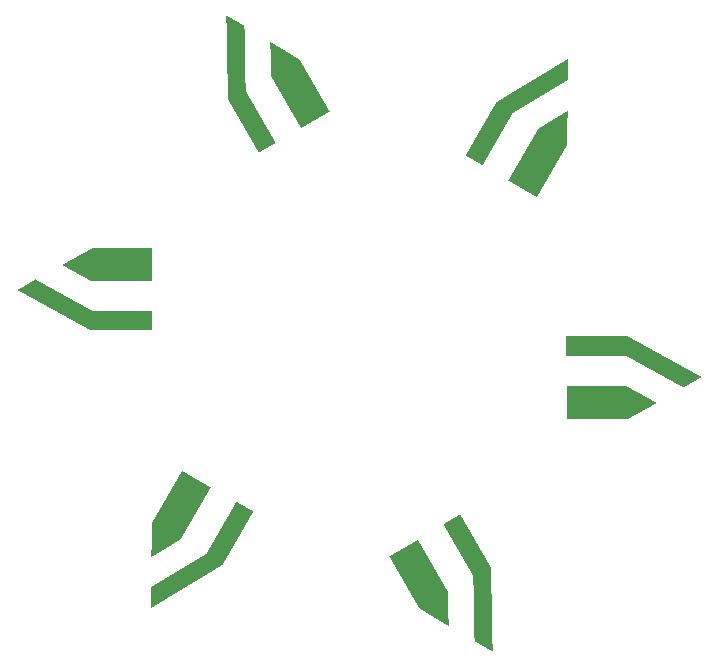
<source format=gtl>
G04 Layer: TopLayer*
G04 Panelize: , Column: 4, Row: 1, Board Size: 58.61mm x 54.45mm, Panelized Board Size: 234.42mm x 54.45mm*
G04 EasyEDA v6.5.34, 2023-08-10 18:14:54*
G04 780bab0029a440d288e4cb8bfd1748dc,5a6b42c53f6a479593ecc07194224c93,10*
G04 Gerber Generator version 0.2*
G04 Scale: 100 percent, Rotated: No, Reflected: No *
G04 Dimensions in millimeters *
G04 leading zeros omitted , absolute positions ,4 integer and 5 decimal *
%FSLAX45Y45*%
%MOMM*%

%AMMACRO1*4,1,7,2.0876,-5.8066,0.5557,-4.9313,0.4524,0.5817,-2.0876,4.9811,-0.6578,5.8066,1.8822,1.4072,1.9457,1.2972,2.0876,-5.8066,0*%
%AMMACRO2*4,1,5,2.5099,-3.6488,0.0301,-2.1476,-2.5099,2.2518,-0.0902,3.6488,2.4498,-0.7506,2.5099,-3.6488,0*%
%AMMACRO3*4,1,7,-4.3384,-4.5048,-4.3463,-2.7405,0.3764,0.1054,2.9164,4.5048,4.3463,3.6793,1.8063,-0.7201,1.7428,-0.8301,-4.3384,-4.5048,0*%
%AMMACRO4*4,1,5,-2.5099,-3.6488,-2.4498,-0.7506,0.0902,3.6488,2.5099,2.2518,-0.0301,-2.1476,-2.5099,-3.6488,0*%
%AMMACRO5*4,1,7,-5.715,1.27,-4.191,2.159,0.635,-0.508,5.715,-0.508,5.715,-2.159,0.635,-2.159,0.508,-2.159,-5.715,1.27,0*%
%AMMACRO6*4,1,5,-3.81,0,-1.27,1.397,3.81,1.397,3.81,-1.397,-1.27,-1.397,-3.81,0,0*%
%AMMACRO7*4,1,7,-2.0876,5.8066,-0.5557,4.9313,-0.4524,-0.5817,2.0876,-4.9811,0.6578,-5.8066,-1.8822,-1.4072,-1.9457,-1.2972,-2.0876,5.8066,0*%
%AMMACRO8*4,1,5,-2.5099,3.6488,-0.0301,2.1476,2.5099,-2.2518,0.0902,-3.6488,-2.4498,0.7506,-2.5099,3.6488,0*%
%AMMACRO9*4,1,7,4.3384,4.5048,4.3463,2.7405,-0.3764,-0.1054,-2.9164,-4.5048,-4.3463,-3.6793,-1.8063,0.7201,-1.7428,0.8301,4.3384,4.5048,0*%
%AMMACRO10*4,1,5,2.5099,3.6488,2.4498,0.7506,-0.0902,-3.6488,-2.5099,-2.2518,0.0301,2.1476,2.5099,3.6488,0*%
%AMMACRO11*4,1,7,5.715,-1.27,4.191,-2.159,-0.635,0.508,-5.715,0.508,-5.715,2.159,-0.635,2.159,-0.508,2.159,5.715,-1.27,0*%
%AMMACRO12*4,1,5,3.81,0,1.27,-1.397,-3.81,-1.397,-3.81,1.397,1.27,1.397,3.81,0,0*%
%ADD10MACRO1*%
%ADD11MACRO2*%
%ADD12MACRO3*%
%ADD13MACRO4*%
%ADD14MACRO5*%
%ADD15MACRO6*%
%ADD16MACRO7*%
%ADD17MACRO8*%
%ADD18MACRO9*%
%ADD19MACRO10*%
%ADD20MACRO11*%
%ADD21MACRO12*%

%LPD*%
D10*
G01*
X3186275Y-2114213D03*
D11*
G01*
X2766569Y-2107986D03*
D12*
G01*
X929676Y-1876088D03*
D13*
G01*
X750359Y-1523786D03*
D14*
G01*
X-63500Y241300D03*
D15*
G01*
X127000Y584200D03*
D16*
G01*
X1342517Y2114213D03*
D17*
G01*
X1762222Y2107986D03*
D18*
G01*
X3599115Y1876088D03*
D19*
G01*
X3778432Y1523786D03*
D20*
G01*
X4591890Y-241300D03*
D21*
G01*
X4401390Y-584200D03*
M02*

</source>
